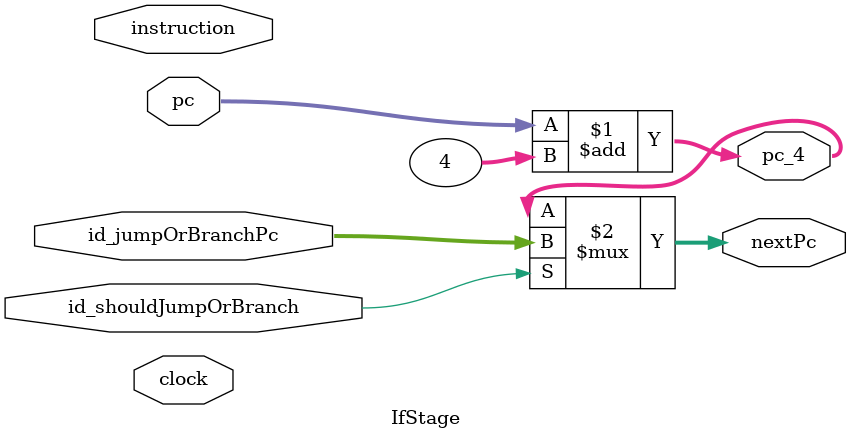
<source format=v>
`timescale 1ns / 1ps
module IfStage (

		input clock,

		input [31:0] pc,

		input id_shouldJumpOrBranch,	// BRANCH
		input [31:0] id_jumpOrBranchPc,

		output [31:0] pc_4,

		//output [31:0] instruction,
		input[31:0] instruction,

		output [31:0] nextPc
	);

	assign pc_4 = pc + 4;
/*
	InstructionMemory instructionMemory (
		.clka(~clock),
		.addra(pc[9:2]),
		.douta(instruction[31:0])
	);
*/
	assign nextPc = id_shouldJumpOrBranch ? id_jumpOrBranchPc : pc_4;
endmodule


</source>
